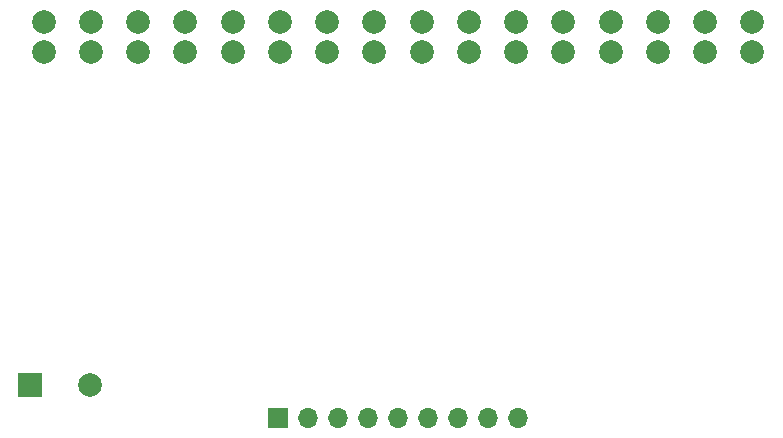
<source format=gbr>
%TF.GenerationSoftware,KiCad,Pcbnew,7.0.1*%
%TF.CreationDate,2024-03-30T14:25:32-04:00*%
%TF.ProjectId,TacTile2-C,54616354-696c-4653-922d-432e6b696361,rev?*%
%TF.SameCoordinates,Original*%
%TF.FileFunction,Soldermask,Bot*%
%TF.FilePolarity,Negative*%
%FSLAX46Y46*%
G04 Gerber Fmt 4.6, Leading zero omitted, Abs format (unit mm)*
G04 Created by KiCad (PCBNEW 7.0.1) date 2024-03-30 14:25:32*
%MOMM*%
%LPD*%
G01*
G04 APERTURE LIST*
%ADD10C,2.000000*%
%ADD11R,2.000000X2.000000*%
%ADD12R,1.700000X1.700000*%
%ADD13O,1.700000X1.700000*%
G04 APERTURE END LIST*
D10*
%TO.C,J8*%
X52000000Y-37000000D03*
X52000000Y-39500000D03*
%TD*%
%TO.C,J15*%
X76000000Y-37000000D03*
X76000000Y-39500000D03*
%TD*%
%TO.C,J13*%
X68000000Y-37000000D03*
X68000000Y-39500000D03*
%TD*%
%TO.C,J4*%
X36000000Y-37000000D03*
X36000000Y-39500000D03*
%TD*%
%TO.C,J6*%
X44000000Y-37000000D03*
X44000000Y-39500000D03*
%TD*%
%TO.C,J7*%
X48000000Y-37000000D03*
X48000000Y-39500000D03*
%TD*%
%TO.C,J3*%
X32000000Y-37000000D03*
X32000000Y-39500000D03*
%TD*%
%TO.C,J2*%
X28000000Y-37000000D03*
X28000000Y-39500000D03*
%TD*%
D11*
%TO.C,C19*%
X22882323Y-67750000D03*
D10*
X27882323Y-67750000D03*
%TD*%
%TO.C,J11*%
X60000000Y-37000000D03*
X60000000Y-39500000D03*
%TD*%
%TO.C,J10*%
X56000000Y-37000000D03*
X56000000Y-39500000D03*
%TD*%
D12*
%TO.C,J9*%
X43840000Y-70475000D03*
D13*
X46380000Y-70475000D03*
X48920000Y-70475000D03*
X51460000Y-70475000D03*
X54000000Y-70475000D03*
X56540000Y-70475000D03*
X59080000Y-70475000D03*
X61620000Y-70475000D03*
X64160000Y-70475000D03*
%TD*%
D10*
%TO.C,J16*%
X80000000Y-37000000D03*
X80000000Y-39500000D03*
%TD*%
%TO.C,J1*%
X24000000Y-37000000D03*
X24000000Y-39500000D03*
%TD*%
%TO.C,J12*%
X64000000Y-37000000D03*
X64000000Y-39500000D03*
%TD*%
%TO.C,J14*%
X72000000Y-37000000D03*
X72000000Y-39500000D03*
%TD*%
%TO.C,J5*%
X40000000Y-37000000D03*
X40000000Y-39500000D03*
%TD*%
%TO.C,J17*%
X84000000Y-37000000D03*
X84000000Y-39500000D03*
%TD*%
M02*

</source>
